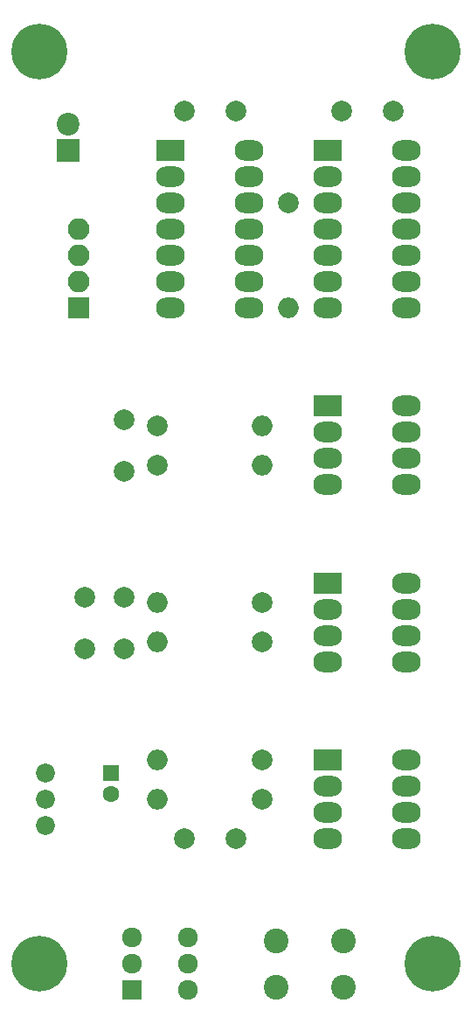
<source format=gbs>
G04 #@! TF.FileFunction,Soldermask,Bot*
%FSLAX46Y46*%
G04 Gerber Fmt 4.6, Leading zero omitted, Abs format (unit mm)*
G04 Created by KiCad (PCBNEW 4.0.7) date 11/28/19 14:11:56*
%MOMM*%
%LPD*%
G01*
G04 APERTURE LIST*
%ADD10C,0.100000*%
%ADD11C,5.400000*%
%ADD12C,2.000000*%
%ADD13O,2.000000X2.000000*%
%ADD14R,2.200000X2.200000*%
%ADD15C,2.200000*%
%ADD16C,1.840000*%
%ADD17C,2.400000*%
%ADD18R,2.800000X2.000000*%
%ADD19O,2.800000X2.000000*%
%ADD20R,1.600000X1.600000*%
%ADD21C,1.600000*%
%ADD22R,2.100000X2.100000*%
%ADD23O,2.100000X2.100000*%
%ADD24C,1.924000*%
%ADD25R,1.924000X1.924000*%
G04 APERTURE END LIST*
D10*
D11*
X167005000Y-149225000D03*
X128905000Y-149225000D03*
X128905000Y-60960000D03*
X167005000Y-60960000D03*
D12*
X137160000Y-101600000D03*
X137160000Y-96600000D03*
X133350000Y-118745000D03*
X133350000Y-113745000D03*
X137160000Y-118745000D03*
X137160000Y-113745000D03*
X147955000Y-66675000D03*
X142955000Y-66675000D03*
X147955000Y-137160000D03*
X142955000Y-137160000D03*
X150495000Y-133350000D03*
D13*
X140335000Y-133350000D03*
D12*
X150495000Y-129540000D03*
D13*
X140335000Y-129540000D03*
D12*
X150495000Y-114300000D03*
D13*
X140335000Y-114300000D03*
D12*
X140335000Y-100965000D03*
D13*
X150495000Y-100965000D03*
D12*
X153035000Y-75565000D03*
D13*
X153035000Y-85725000D03*
D14*
X131699000Y-70485000D03*
D15*
X131699000Y-67945000D03*
D12*
X150495000Y-118110000D03*
D13*
X140335000Y-118110000D03*
D12*
X140335000Y-97155000D03*
D13*
X150495000Y-97155000D03*
D16*
X129540000Y-130810000D03*
X129540000Y-133350000D03*
X129540000Y-135890000D03*
D17*
X158369000Y-147011000D03*
X158369000Y-151511000D03*
X151869000Y-147011000D03*
X151869000Y-151511000D03*
D18*
X141605000Y-70485000D03*
D19*
X149225000Y-85725000D03*
X141605000Y-73025000D03*
X149225000Y-83185000D03*
X141605000Y-75565000D03*
X149225000Y-80645000D03*
X141605000Y-78105000D03*
X149225000Y-78105000D03*
X141605000Y-80645000D03*
X149225000Y-75565000D03*
X141605000Y-83185000D03*
X149225000Y-73025000D03*
X141605000Y-85725000D03*
X149225000Y-70485000D03*
D20*
X135890000Y-130810000D03*
D21*
X135890000Y-132810000D03*
D12*
X163195000Y-66675000D03*
X158195000Y-66675000D03*
D22*
X132715000Y-85725000D03*
D23*
X132715000Y-83185000D03*
X132715000Y-80645000D03*
X132715000Y-78105000D03*
D18*
X156845000Y-129540000D03*
D19*
X164465000Y-137160000D03*
X156845000Y-132080000D03*
X164465000Y-134620000D03*
X156845000Y-134620000D03*
X164465000Y-132080000D03*
X156845000Y-137160000D03*
X164465000Y-129540000D03*
D18*
X156845000Y-112395000D03*
D19*
X164465000Y-120015000D03*
X156845000Y-114935000D03*
X164465000Y-117475000D03*
X156845000Y-117475000D03*
X164465000Y-114935000D03*
X156845000Y-120015000D03*
X164465000Y-112395000D03*
D18*
X156845000Y-95250000D03*
D19*
X164465000Y-102870000D03*
X156845000Y-97790000D03*
X164465000Y-100330000D03*
X156845000Y-100330000D03*
X164465000Y-97790000D03*
X156845000Y-102870000D03*
X164465000Y-95250000D03*
D18*
X156845000Y-70485000D03*
D19*
X164465000Y-85725000D03*
X156845000Y-73025000D03*
X164465000Y-83185000D03*
X156845000Y-75565000D03*
X164465000Y-80645000D03*
X156845000Y-78105000D03*
X164465000Y-78105000D03*
X156845000Y-80645000D03*
X164465000Y-75565000D03*
X156845000Y-83185000D03*
X164465000Y-73025000D03*
X156845000Y-85725000D03*
X164465000Y-70485000D03*
D24*
X137864000Y-146685000D03*
X137864000Y-149225000D03*
D25*
X137864000Y-151765000D03*
D24*
X143314000Y-151765000D03*
X143314000Y-149225000D03*
X143314000Y-146685000D03*
M02*

</source>
